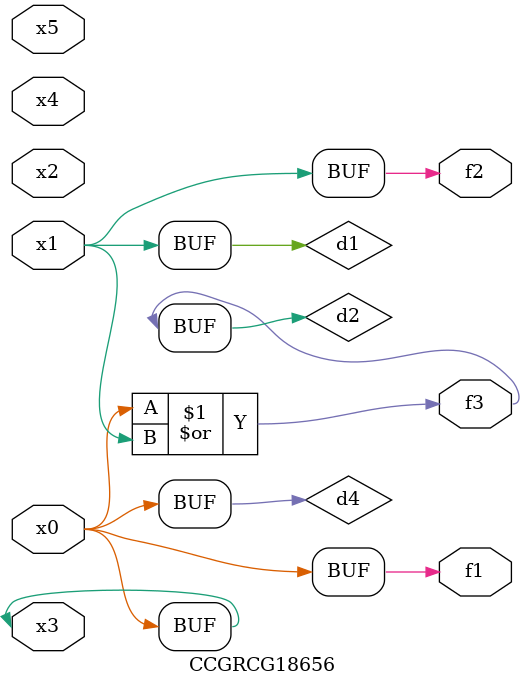
<source format=v>
module CCGRCG18656(
	input x0, x1, x2, x3, x4, x5,
	output f1, f2, f3
);

	wire d1, d2, d3, d4;

	and (d1, x1);
	or (d2, x0, x1);
	nand (d3, x0, x5);
	buf (d4, x0, x3);
	assign f1 = d4;
	assign f2 = d1;
	assign f3 = d2;
endmodule

</source>
